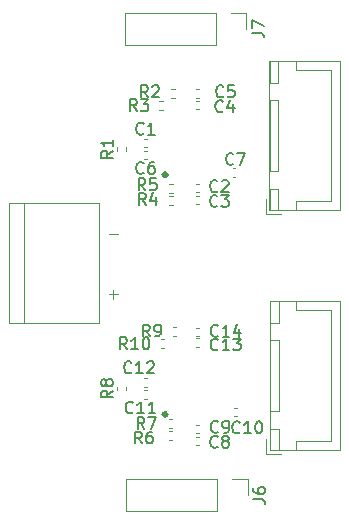
<source format=gbr>
%TF.GenerationSoftware,KiCad,Pcbnew,9.0.0*%
%TF.CreationDate,2025-04-16T15:55:05+03:00*%
%TF.ProjectId,power_detector,706f7765-725f-4646-9574-6563746f722e,rev?*%
%TF.SameCoordinates,Original*%
%TF.FileFunction,Legend,Top*%
%TF.FilePolarity,Positive*%
%FSLAX46Y46*%
G04 Gerber Fmt 4.6, Leading zero omitted, Abs format (unit mm)*
G04 Created by KiCad (PCBNEW 9.0.0) date 2025-04-16 15:55:05*
%MOMM*%
%LPD*%
G01*
G04 APERTURE LIST*
%ADD10C,0.100000*%
%ADD11C,0.150000*%
%ADD12C,0.120000*%
%ADD13C,0.325000*%
G04 APERTURE END LIST*
D10*
X52805684Y-80136466D02*
X53567589Y-80136466D01*
X53186636Y-80517419D02*
X53186636Y-79755514D01*
X52831084Y-75031066D02*
X53592989Y-75031066D01*
D11*
X54703742Y-86719580D02*
X54656123Y-86767200D01*
X54656123Y-86767200D02*
X54513266Y-86814819D01*
X54513266Y-86814819D02*
X54418028Y-86814819D01*
X54418028Y-86814819D02*
X54275171Y-86767200D01*
X54275171Y-86767200D02*
X54179933Y-86671961D01*
X54179933Y-86671961D02*
X54132314Y-86576723D01*
X54132314Y-86576723D02*
X54084695Y-86386247D01*
X54084695Y-86386247D02*
X54084695Y-86243390D01*
X54084695Y-86243390D02*
X54132314Y-86052914D01*
X54132314Y-86052914D02*
X54179933Y-85957676D01*
X54179933Y-85957676D02*
X54275171Y-85862438D01*
X54275171Y-85862438D02*
X54418028Y-85814819D01*
X54418028Y-85814819D02*
X54513266Y-85814819D01*
X54513266Y-85814819D02*
X54656123Y-85862438D01*
X54656123Y-85862438D02*
X54703742Y-85910057D01*
X55656123Y-86814819D02*
X55084695Y-86814819D01*
X55370409Y-86814819D02*
X55370409Y-85814819D01*
X55370409Y-85814819D02*
X55275171Y-85957676D01*
X55275171Y-85957676D02*
X55179933Y-86052914D01*
X55179933Y-86052914D02*
X55084695Y-86100533D01*
X56037076Y-85910057D02*
X56084695Y-85862438D01*
X56084695Y-85862438D02*
X56179933Y-85814819D01*
X56179933Y-85814819D02*
X56418028Y-85814819D01*
X56418028Y-85814819D02*
X56513266Y-85862438D01*
X56513266Y-85862438D02*
X56560885Y-85910057D01*
X56560885Y-85910057D02*
X56608504Y-86005295D01*
X56608504Y-86005295D02*
X56608504Y-86100533D01*
X56608504Y-86100533D02*
X56560885Y-86243390D01*
X56560885Y-86243390D02*
X55989457Y-86814819D01*
X55989457Y-86814819D02*
X56608504Y-86814819D01*
X55891133Y-71310119D02*
X55557800Y-70833928D01*
X55319705Y-71310119D02*
X55319705Y-70310119D01*
X55319705Y-70310119D02*
X55700657Y-70310119D01*
X55700657Y-70310119D02*
X55795895Y-70357738D01*
X55795895Y-70357738D02*
X55843514Y-70405357D01*
X55843514Y-70405357D02*
X55891133Y-70500595D01*
X55891133Y-70500595D02*
X55891133Y-70643452D01*
X55891133Y-70643452D02*
X55843514Y-70738690D01*
X55843514Y-70738690D02*
X55795895Y-70786309D01*
X55795895Y-70786309D02*
X55700657Y-70833928D01*
X55700657Y-70833928D02*
X55319705Y-70833928D01*
X56795895Y-70310119D02*
X56319705Y-70310119D01*
X56319705Y-70310119D02*
X56272086Y-70786309D01*
X56272086Y-70786309D02*
X56319705Y-70738690D01*
X56319705Y-70738690D02*
X56414943Y-70691071D01*
X56414943Y-70691071D02*
X56653038Y-70691071D01*
X56653038Y-70691071D02*
X56748276Y-70738690D01*
X56748276Y-70738690D02*
X56795895Y-70786309D01*
X56795895Y-70786309D02*
X56843514Y-70881547D01*
X56843514Y-70881547D02*
X56843514Y-71119642D01*
X56843514Y-71119642D02*
X56795895Y-71214880D01*
X56795895Y-71214880D02*
X56748276Y-71262500D01*
X56748276Y-71262500D02*
X56653038Y-71310119D01*
X56653038Y-71310119D02*
X56414943Y-71310119D01*
X56414943Y-71310119D02*
X56319705Y-71262500D01*
X56319705Y-71262500D02*
X56272086Y-71214880D01*
X54830742Y-90123180D02*
X54783123Y-90170800D01*
X54783123Y-90170800D02*
X54640266Y-90218419D01*
X54640266Y-90218419D02*
X54545028Y-90218419D01*
X54545028Y-90218419D02*
X54402171Y-90170800D01*
X54402171Y-90170800D02*
X54306933Y-90075561D01*
X54306933Y-90075561D02*
X54259314Y-89980323D01*
X54259314Y-89980323D02*
X54211695Y-89789847D01*
X54211695Y-89789847D02*
X54211695Y-89646990D01*
X54211695Y-89646990D02*
X54259314Y-89456514D01*
X54259314Y-89456514D02*
X54306933Y-89361276D01*
X54306933Y-89361276D02*
X54402171Y-89266038D01*
X54402171Y-89266038D02*
X54545028Y-89218419D01*
X54545028Y-89218419D02*
X54640266Y-89218419D01*
X54640266Y-89218419D02*
X54783123Y-89266038D01*
X54783123Y-89266038D02*
X54830742Y-89313657D01*
X55783123Y-90218419D02*
X55211695Y-90218419D01*
X55497409Y-90218419D02*
X55497409Y-89218419D01*
X55497409Y-89218419D02*
X55402171Y-89361276D01*
X55402171Y-89361276D02*
X55306933Y-89456514D01*
X55306933Y-89456514D02*
X55211695Y-89504133D01*
X56735504Y-90218419D02*
X56164076Y-90218419D01*
X56449790Y-90218419D02*
X56449790Y-89218419D01*
X56449790Y-89218419D02*
X56354552Y-89361276D01*
X56354552Y-89361276D02*
X56259314Y-89456514D01*
X56259314Y-89456514D02*
X56164076Y-89504133D01*
X62444333Y-64621580D02*
X62396714Y-64669200D01*
X62396714Y-64669200D02*
X62253857Y-64716819D01*
X62253857Y-64716819D02*
X62158619Y-64716819D01*
X62158619Y-64716819D02*
X62015762Y-64669200D01*
X62015762Y-64669200D02*
X61920524Y-64573961D01*
X61920524Y-64573961D02*
X61872905Y-64478723D01*
X61872905Y-64478723D02*
X61825286Y-64288247D01*
X61825286Y-64288247D02*
X61825286Y-64145390D01*
X61825286Y-64145390D02*
X61872905Y-63954914D01*
X61872905Y-63954914D02*
X61920524Y-63859676D01*
X61920524Y-63859676D02*
X62015762Y-63764438D01*
X62015762Y-63764438D02*
X62158619Y-63716819D01*
X62158619Y-63716819D02*
X62253857Y-63716819D01*
X62253857Y-63716819D02*
X62396714Y-63764438D01*
X62396714Y-63764438D02*
X62444333Y-63812057D01*
X63301476Y-64050152D02*
X63301476Y-64716819D01*
X63063381Y-63669200D02*
X62825286Y-64383485D01*
X62825286Y-64383485D02*
X63444333Y-64383485D01*
X55179933Y-64615219D02*
X54846600Y-64139028D01*
X54608505Y-64615219D02*
X54608505Y-63615219D01*
X54608505Y-63615219D02*
X54989457Y-63615219D01*
X54989457Y-63615219D02*
X55084695Y-63662838D01*
X55084695Y-63662838D02*
X55132314Y-63710457D01*
X55132314Y-63710457D02*
X55179933Y-63805695D01*
X55179933Y-63805695D02*
X55179933Y-63948552D01*
X55179933Y-63948552D02*
X55132314Y-64043790D01*
X55132314Y-64043790D02*
X55084695Y-64091409D01*
X55084695Y-64091409D02*
X54989457Y-64139028D01*
X54989457Y-64139028D02*
X54608505Y-64139028D01*
X55513267Y-63615219D02*
X56132314Y-63615219D01*
X56132314Y-63615219D02*
X55798981Y-63996171D01*
X55798981Y-63996171D02*
X55941838Y-63996171D01*
X55941838Y-63996171D02*
X56037076Y-64043790D01*
X56037076Y-64043790D02*
X56084695Y-64091409D01*
X56084695Y-64091409D02*
X56132314Y-64186647D01*
X56132314Y-64186647D02*
X56132314Y-64424742D01*
X56132314Y-64424742D02*
X56084695Y-64519980D01*
X56084695Y-64519980D02*
X56037076Y-64567600D01*
X56037076Y-64567600D02*
X55941838Y-64615219D01*
X55941838Y-64615219D02*
X55656124Y-64615219D01*
X55656124Y-64615219D02*
X55560886Y-64567600D01*
X55560886Y-64567600D02*
X55513267Y-64519980D01*
X62495133Y-63351580D02*
X62447514Y-63399200D01*
X62447514Y-63399200D02*
X62304657Y-63446819D01*
X62304657Y-63446819D02*
X62209419Y-63446819D01*
X62209419Y-63446819D02*
X62066562Y-63399200D01*
X62066562Y-63399200D02*
X61971324Y-63303961D01*
X61971324Y-63303961D02*
X61923705Y-63208723D01*
X61923705Y-63208723D02*
X61876086Y-63018247D01*
X61876086Y-63018247D02*
X61876086Y-62875390D01*
X61876086Y-62875390D02*
X61923705Y-62684914D01*
X61923705Y-62684914D02*
X61971324Y-62589676D01*
X61971324Y-62589676D02*
X62066562Y-62494438D01*
X62066562Y-62494438D02*
X62209419Y-62446819D01*
X62209419Y-62446819D02*
X62304657Y-62446819D01*
X62304657Y-62446819D02*
X62447514Y-62494438D01*
X62447514Y-62494438D02*
X62495133Y-62542057D01*
X63399895Y-62446819D02*
X62923705Y-62446819D01*
X62923705Y-62446819D02*
X62876086Y-62923009D01*
X62876086Y-62923009D02*
X62923705Y-62875390D01*
X62923705Y-62875390D02*
X63018943Y-62827771D01*
X63018943Y-62827771D02*
X63257038Y-62827771D01*
X63257038Y-62827771D02*
X63352276Y-62875390D01*
X63352276Y-62875390D02*
X63399895Y-62923009D01*
X63399895Y-62923009D02*
X63447514Y-63018247D01*
X63447514Y-63018247D02*
X63447514Y-63256342D01*
X63447514Y-63256342D02*
X63399895Y-63351580D01*
X63399895Y-63351580D02*
X63352276Y-63399200D01*
X63352276Y-63399200D02*
X63257038Y-63446819D01*
X63257038Y-63446819D02*
X63018943Y-63446819D01*
X63018943Y-63446819D02*
X62923705Y-63399200D01*
X62923705Y-63399200D02*
X62876086Y-63351580D01*
X56272133Y-83690619D02*
X55938800Y-83214428D01*
X55700705Y-83690619D02*
X55700705Y-82690619D01*
X55700705Y-82690619D02*
X56081657Y-82690619D01*
X56081657Y-82690619D02*
X56176895Y-82738238D01*
X56176895Y-82738238D02*
X56224514Y-82785857D01*
X56224514Y-82785857D02*
X56272133Y-82881095D01*
X56272133Y-82881095D02*
X56272133Y-83023952D01*
X56272133Y-83023952D02*
X56224514Y-83119190D01*
X56224514Y-83119190D02*
X56176895Y-83166809D01*
X56176895Y-83166809D02*
X56081657Y-83214428D01*
X56081657Y-83214428D02*
X55700705Y-83214428D01*
X56748324Y-83690619D02*
X56938800Y-83690619D01*
X56938800Y-83690619D02*
X57034038Y-83643000D01*
X57034038Y-83643000D02*
X57081657Y-83595380D01*
X57081657Y-83595380D02*
X57176895Y-83452523D01*
X57176895Y-83452523D02*
X57224514Y-83262047D01*
X57224514Y-83262047D02*
X57224514Y-82881095D01*
X57224514Y-82881095D02*
X57176895Y-82785857D01*
X57176895Y-82785857D02*
X57129276Y-82738238D01*
X57129276Y-82738238D02*
X57034038Y-82690619D01*
X57034038Y-82690619D02*
X56843562Y-82690619D01*
X56843562Y-82690619D02*
X56748324Y-82738238D01*
X56748324Y-82738238D02*
X56700705Y-82785857D01*
X56700705Y-82785857D02*
X56653086Y-82881095D01*
X56653086Y-82881095D02*
X56653086Y-83119190D01*
X56653086Y-83119190D02*
X56700705Y-83214428D01*
X56700705Y-83214428D02*
X56748324Y-83262047D01*
X56748324Y-83262047D02*
X56843562Y-83309666D01*
X56843562Y-83309666D02*
X57034038Y-83309666D01*
X57034038Y-83309666D02*
X57129276Y-83262047D01*
X57129276Y-83262047D02*
X57176895Y-83214428D01*
X57176895Y-83214428D02*
X57224514Y-83119190D01*
X53132819Y-88279266D02*
X52656628Y-88612599D01*
X53132819Y-88850694D02*
X52132819Y-88850694D01*
X52132819Y-88850694D02*
X52132819Y-88469742D01*
X52132819Y-88469742D02*
X52180438Y-88374504D01*
X52180438Y-88374504D02*
X52228057Y-88326885D01*
X52228057Y-88326885D02*
X52323295Y-88279266D01*
X52323295Y-88279266D02*
X52466152Y-88279266D01*
X52466152Y-88279266D02*
X52561390Y-88326885D01*
X52561390Y-88326885D02*
X52609009Y-88374504D01*
X52609009Y-88374504D02*
X52656628Y-88469742D01*
X52656628Y-88469742D02*
X52656628Y-88850694D01*
X52561390Y-87707837D02*
X52513771Y-87803075D01*
X52513771Y-87803075D02*
X52466152Y-87850694D01*
X52466152Y-87850694D02*
X52370914Y-87898313D01*
X52370914Y-87898313D02*
X52323295Y-87898313D01*
X52323295Y-87898313D02*
X52228057Y-87850694D01*
X52228057Y-87850694D02*
X52180438Y-87803075D01*
X52180438Y-87803075D02*
X52132819Y-87707837D01*
X52132819Y-87707837D02*
X52132819Y-87517361D01*
X52132819Y-87517361D02*
X52180438Y-87422123D01*
X52180438Y-87422123D02*
X52228057Y-87374504D01*
X52228057Y-87374504D02*
X52323295Y-87326885D01*
X52323295Y-87326885D02*
X52370914Y-87326885D01*
X52370914Y-87326885D02*
X52466152Y-87374504D01*
X52466152Y-87374504D02*
X52513771Y-87422123D01*
X52513771Y-87422123D02*
X52561390Y-87517361D01*
X52561390Y-87517361D02*
X52561390Y-87707837D01*
X52561390Y-87707837D02*
X52609009Y-87803075D01*
X52609009Y-87803075D02*
X52656628Y-87850694D01*
X52656628Y-87850694D02*
X52751866Y-87898313D01*
X52751866Y-87898313D02*
X52942342Y-87898313D01*
X52942342Y-87898313D02*
X53037580Y-87850694D01*
X53037580Y-87850694D02*
X53085200Y-87803075D01*
X53085200Y-87803075D02*
X53132819Y-87707837D01*
X53132819Y-87707837D02*
X53132819Y-87517361D01*
X53132819Y-87517361D02*
X53085200Y-87422123D01*
X53085200Y-87422123D02*
X53037580Y-87374504D01*
X53037580Y-87374504D02*
X52942342Y-87326885D01*
X52942342Y-87326885D02*
X52751866Y-87326885D01*
X52751866Y-87326885D02*
X52656628Y-87374504D01*
X52656628Y-87374504D02*
X52609009Y-87422123D01*
X52609009Y-87422123D02*
X52561390Y-87517361D01*
X56094333Y-63446819D02*
X55761000Y-62970628D01*
X55522905Y-63446819D02*
X55522905Y-62446819D01*
X55522905Y-62446819D02*
X55903857Y-62446819D01*
X55903857Y-62446819D02*
X55999095Y-62494438D01*
X55999095Y-62494438D02*
X56046714Y-62542057D01*
X56046714Y-62542057D02*
X56094333Y-62637295D01*
X56094333Y-62637295D02*
X56094333Y-62780152D01*
X56094333Y-62780152D02*
X56046714Y-62875390D01*
X56046714Y-62875390D02*
X55999095Y-62923009D01*
X55999095Y-62923009D02*
X55903857Y-62970628D01*
X55903857Y-62970628D02*
X55522905Y-62970628D01*
X56475286Y-62542057D02*
X56522905Y-62494438D01*
X56522905Y-62494438D02*
X56618143Y-62446819D01*
X56618143Y-62446819D02*
X56856238Y-62446819D01*
X56856238Y-62446819D02*
X56951476Y-62494438D01*
X56951476Y-62494438D02*
X56999095Y-62542057D01*
X56999095Y-62542057D02*
X57046714Y-62637295D01*
X57046714Y-62637295D02*
X57046714Y-62732533D01*
X57046714Y-62732533D02*
X56999095Y-62875390D01*
X56999095Y-62875390D02*
X56427667Y-63446819D01*
X56427667Y-63446819D02*
X57046714Y-63446819D01*
X53132819Y-67984666D02*
X52656628Y-68317999D01*
X53132819Y-68556094D02*
X52132819Y-68556094D01*
X52132819Y-68556094D02*
X52132819Y-68175142D01*
X52132819Y-68175142D02*
X52180438Y-68079904D01*
X52180438Y-68079904D02*
X52228057Y-68032285D01*
X52228057Y-68032285D02*
X52323295Y-67984666D01*
X52323295Y-67984666D02*
X52466152Y-67984666D01*
X52466152Y-67984666D02*
X52561390Y-68032285D01*
X52561390Y-68032285D02*
X52609009Y-68079904D01*
X52609009Y-68079904D02*
X52656628Y-68175142D01*
X52656628Y-68175142D02*
X52656628Y-68556094D01*
X53132819Y-67032285D02*
X53132819Y-67603713D01*
X53132819Y-67317999D02*
X52132819Y-67317999D01*
X52132819Y-67317999D02*
X52275676Y-67413237D01*
X52275676Y-67413237D02*
X52370914Y-67508475D01*
X52370914Y-67508475D02*
X52418533Y-67603713D01*
X54322742Y-84782819D02*
X53989409Y-84306628D01*
X53751314Y-84782819D02*
X53751314Y-83782819D01*
X53751314Y-83782819D02*
X54132266Y-83782819D01*
X54132266Y-83782819D02*
X54227504Y-83830438D01*
X54227504Y-83830438D02*
X54275123Y-83878057D01*
X54275123Y-83878057D02*
X54322742Y-83973295D01*
X54322742Y-83973295D02*
X54322742Y-84116152D01*
X54322742Y-84116152D02*
X54275123Y-84211390D01*
X54275123Y-84211390D02*
X54227504Y-84259009D01*
X54227504Y-84259009D02*
X54132266Y-84306628D01*
X54132266Y-84306628D02*
X53751314Y-84306628D01*
X55275123Y-84782819D02*
X54703695Y-84782819D01*
X54989409Y-84782819D02*
X54989409Y-83782819D01*
X54989409Y-83782819D02*
X54894171Y-83925676D01*
X54894171Y-83925676D02*
X54798933Y-84020914D01*
X54798933Y-84020914D02*
X54703695Y-84068533D01*
X55894171Y-83782819D02*
X55989409Y-83782819D01*
X55989409Y-83782819D02*
X56084647Y-83830438D01*
X56084647Y-83830438D02*
X56132266Y-83878057D01*
X56132266Y-83878057D02*
X56179885Y-83973295D01*
X56179885Y-83973295D02*
X56227504Y-84163771D01*
X56227504Y-84163771D02*
X56227504Y-84401866D01*
X56227504Y-84401866D02*
X56179885Y-84592342D01*
X56179885Y-84592342D02*
X56132266Y-84687580D01*
X56132266Y-84687580D02*
X56084647Y-84735200D01*
X56084647Y-84735200D02*
X55989409Y-84782819D01*
X55989409Y-84782819D02*
X55894171Y-84782819D01*
X55894171Y-84782819D02*
X55798933Y-84735200D01*
X55798933Y-84735200D02*
X55751314Y-84687580D01*
X55751314Y-84687580D02*
X55703695Y-84592342D01*
X55703695Y-84592342D02*
X55656076Y-84401866D01*
X55656076Y-84401866D02*
X55656076Y-84163771D01*
X55656076Y-84163771D02*
X55703695Y-83973295D01*
X55703695Y-83973295D02*
X55751314Y-83878057D01*
X55751314Y-83878057D02*
X55798933Y-83830438D01*
X55798933Y-83830438D02*
X55894171Y-83782819D01*
X62041742Y-84789180D02*
X61994123Y-84836800D01*
X61994123Y-84836800D02*
X61851266Y-84884419D01*
X61851266Y-84884419D02*
X61756028Y-84884419D01*
X61756028Y-84884419D02*
X61613171Y-84836800D01*
X61613171Y-84836800D02*
X61517933Y-84741561D01*
X61517933Y-84741561D02*
X61470314Y-84646323D01*
X61470314Y-84646323D02*
X61422695Y-84455847D01*
X61422695Y-84455847D02*
X61422695Y-84312990D01*
X61422695Y-84312990D02*
X61470314Y-84122514D01*
X61470314Y-84122514D02*
X61517933Y-84027276D01*
X61517933Y-84027276D02*
X61613171Y-83932038D01*
X61613171Y-83932038D02*
X61756028Y-83884419D01*
X61756028Y-83884419D02*
X61851266Y-83884419D01*
X61851266Y-83884419D02*
X61994123Y-83932038D01*
X61994123Y-83932038D02*
X62041742Y-83979657D01*
X62994123Y-84884419D02*
X62422695Y-84884419D01*
X62708409Y-84884419D02*
X62708409Y-83884419D01*
X62708409Y-83884419D02*
X62613171Y-84027276D01*
X62613171Y-84027276D02*
X62517933Y-84122514D01*
X62517933Y-84122514D02*
X62422695Y-84170133D01*
X63327457Y-83884419D02*
X63946504Y-83884419D01*
X63946504Y-83884419D02*
X63613171Y-84265371D01*
X63613171Y-84265371D02*
X63756028Y-84265371D01*
X63756028Y-84265371D02*
X63851266Y-84312990D01*
X63851266Y-84312990D02*
X63898885Y-84360609D01*
X63898885Y-84360609D02*
X63946504Y-84455847D01*
X63946504Y-84455847D02*
X63946504Y-84693942D01*
X63946504Y-84693942D02*
X63898885Y-84789180D01*
X63898885Y-84789180D02*
X63851266Y-84836800D01*
X63851266Y-84836800D02*
X63756028Y-84884419D01*
X63756028Y-84884419D02*
X63470314Y-84884419D01*
X63470314Y-84884419D02*
X63375076Y-84836800D01*
X63375076Y-84836800D02*
X63327457Y-84789180D01*
X62037933Y-91748780D02*
X61990314Y-91796400D01*
X61990314Y-91796400D02*
X61847457Y-91844019D01*
X61847457Y-91844019D02*
X61752219Y-91844019D01*
X61752219Y-91844019D02*
X61609362Y-91796400D01*
X61609362Y-91796400D02*
X61514124Y-91701161D01*
X61514124Y-91701161D02*
X61466505Y-91605923D01*
X61466505Y-91605923D02*
X61418886Y-91415447D01*
X61418886Y-91415447D02*
X61418886Y-91272590D01*
X61418886Y-91272590D02*
X61466505Y-91082114D01*
X61466505Y-91082114D02*
X61514124Y-90986876D01*
X61514124Y-90986876D02*
X61609362Y-90891638D01*
X61609362Y-90891638D02*
X61752219Y-90844019D01*
X61752219Y-90844019D02*
X61847457Y-90844019D01*
X61847457Y-90844019D02*
X61990314Y-90891638D01*
X61990314Y-90891638D02*
X62037933Y-90939257D01*
X62514124Y-91844019D02*
X62704600Y-91844019D01*
X62704600Y-91844019D02*
X62799838Y-91796400D01*
X62799838Y-91796400D02*
X62847457Y-91748780D01*
X62847457Y-91748780D02*
X62942695Y-91605923D01*
X62942695Y-91605923D02*
X62990314Y-91415447D01*
X62990314Y-91415447D02*
X62990314Y-91034495D01*
X62990314Y-91034495D02*
X62942695Y-90939257D01*
X62942695Y-90939257D02*
X62895076Y-90891638D01*
X62895076Y-90891638D02*
X62799838Y-90844019D01*
X62799838Y-90844019D02*
X62609362Y-90844019D01*
X62609362Y-90844019D02*
X62514124Y-90891638D01*
X62514124Y-90891638D02*
X62466505Y-90939257D01*
X62466505Y-90939257D02*
X62418886Y-91034495D01*
X62418886Y-91034495D02*
X62418886Y-91272590D01*
X62418886Y-91272590D02*
X62466505Y-91367828D01*
X62466505Y-91367828D02*
X62514124Y-91415447D01*
X62514124Y-91415447D02*
X62609362Y-91463066D01*
X62609362Y-91463066D02*
X62799838Y-91463066D01*
X62799838Y-91463066D02*
X62895076Y-91415447D01*
X62895076Y-91415447D02*
X62942695Y-91367828D01*
X62942695Y-91367828D02*
X62990314Y-91272590D01*
X61989733Y-71377980D02*
X61942114Y-71425600D01*
X61942114Y-71425600D02*
X61799257Y-71473219D01*
X61799257Y-71473219D02*
X61704019Y-71473219D01*
X61704019Y-71473219D02*
X61561162Y-71425600D01*
X61561162Y-71425600D02*
X61465924Y-71330361D01*
X61465924Y-71330361D02*
X61418305Y-71235123D01*
X61418305Y-71235123D02*
X61370686Y-71044647D01*
X61370686Y-71044647D02*
X61370686Y-70901790D01*
X61370686Y-70901790D02*
X61418305Y-70711314D01*
X61418305Y-70711314D02*
X61465924Y-70616076D01*
X61465924Y-70616076D02*
X61561162Y-70520838D01*
X61561162Y-70520838D02*
X61704019Y-70473219D01*
X61704019Y-70473219D02*
X61799257Y-70473219D01*
X61799257Y-70473219D02*
X61942114Y-70520838D01*
X61942114Y-70520838D02*
X61989733Y-70568457D01*
X62370686Y-70568457D02*
X62418305Y-70520838D01*
X62418305Y-70520838D02*
X62513543Y-70473219D01*
X62513543Y-70473219D02*
X62751638Y-70473219D01*
X62751638Y-70473219D02*
X62846876Y-70520838D01*
X62846876Y-70520838D02*
X62894495Y-70568457D01*
X62894495Y-70568457D02*
X62942114Y-70663695D01*
X62942114Y-70663695D02*
X62942114Y-70758933D01*
X62942114Y-70758933D02*
X62894495Y-70901790D01*
X62894495Y-70901790D02*
X62323067Y-71473219D01*
X62323067Y-71473219D02*
X62942114Y-71473219D01*
X63873142Y-91799580D02*
X63825523Y-91847200D01*
X63825523Y-91847200D02*
X63682666Y-91894819D01*
X63682666Y-91894819D02*
X63587428Y-91894819D01*
X63587428Y-91894819D02*
X63444571Y-91847200D01*
X63444571Y-91847200D02*
X63349333Y-91751961D01*
X63349333Y-91751961D02*
X63301714Y-91656723D01*
X63301714Y-91656723D02*
X63254095Y-91466247D01*
X63254095Y-91466247D02*
X63254095Y-91323390D01*
X63254095Y-91323390D02*
X63301714Y-91132914D01*
X63301714Y-91132914D02*
X63349333Y-91037676D01*
X63349333Y-91037676D02*
X63444571Y-90942438D01*
X63444571Y-90942438D02*
X63587428Y-90894819D01*
X63587428Y-90894819D02*
X63682666Y-90894819D01*
X63682666Y-90894819D02*
X63825523Y-90942438D01*
X63825523Y-90942438D02*
X63873142Y-90990057D01*
X64825523Y-91894819D02*
X64254095Y-91894819D01*
X64539809Y-91894819D02*
X64539809Y-90894819D01*
X64539809Y-90894819D02*
X64444571Y-91037676D01*
X64444571Y-91037676D02*
X64349333Y-91132914D01*
X64349333Y-91132914D02*
X64254095Y-91180533D01*
X65444571Y-90894819D02*
X65539809Y-90894819D01*
X65539809Y-90894819D02*
X65635047Y-90942438D01*
X65635047Y-90942438D02*
X65682666Y-90990057D01*
X65682666Y-90990057D02*
X65730285Y-91085295D01*
X65730285Y-91085295D02*
X65777904Y-91275771D01*
X65777904Y-91275771D02*
X65777904Y-91513866D01*
X65777904Y-91513866D02*
X65730285Y-91704342D01*
X65730285Y-91704342D02*
X65682666Y-91799580D01*
X65682666Y-91799580D02*
X65635047Y-91847200D01*
X65635047Y-91847200D02*
X65539809Y-91894819D01*
X65539809Y-91894819D02*
X65444571Y-91894819D01*
X65444571Y-91894819D02*
X65349333Y-91847200D01*
X65349333Y-91847200D02*
X65301714Y-91799580D01*
X65301714Y-91799580D02*
X65254095Y-91704342D01*
X65254095Y-91704342D02*
X65206476Y-91513866D01*
X65206476Y-91513866D02*
X65206476Y-91275771D01*
X65206476Y-91275771D02*
X65254095Y-91085295D01*
X65254095Y-91085295D02*
X65301714Y-90990057D01*
X65301714Y-90990057D02*
X65349333Y-90942438D01*
X65349333Y-90942438D02*
X65444571Y-90894819D01*
X55916533Y-72554719D02*
X55583200Y-72078528D01*
X55345105Y-72554719D02*
X55345105Y-71554719D01*
X55345105Y-71554719D02*
X55726057Y-71554719D01*
X55726057Y-71554719D02*
X55821295Y-71602338D01*
X55821295Y-71602338D02*
X55868914Y-71649957D01*
X55868914Y-71649957D02*
X55916533Y-71745195D01*
X55916533Y-71745195D02*
X55916533Y-71888052D01*
X55916533Y-71888052D02*
X55868914Y-71983290D01*
X55868914Y-71983290D02*
X55821295Y-72030909D01*
X55821295Y-72030909D02*
X55726057Y-72078528D01*
X55726057Y-72078528D02*
X55345105Y-72078528D01*
X56773676Y-71888052D02*
X56773676Y-72554719D01*
X56535581Y-71507100D02*
X56297486Y-72221385D01*
X56297486Y-72221385D02*
X56916533Y-72221385D01*
X62041742Y-83620780D02*
X61994123Y-83668400D01*
X61994123Y-83668400D02*
X61851266Y-83716019D01*
X61851266Y-83716019D02*
X61756028Y-83716019D01*
X61756028Y-83716019D02*
X61613171Y-83668400D01*
X61613171Y-83668400D02*
X61517933Y-83573161D01*
X61517933Y-83573161D02*
X61470314Y-83477923D01*
X61470314Y-83477923D02*
X61422695Y-83287447D01*
X61422695Y-83287447D02*
X61422695Y-83144590D01*
X61422695Y-83144590D02*
X61470314Y-82954114D01*
X61470314Y-82954114D02*
X61517933Y-82858876D01*
X61517933Y-82858876D02*
X61613171Y-82763638D01*
X61613171Y-82763638D02*
X61756028Y-82716019D01*
X61756028Y-82716019D02*
X61851266Y-82716019D01*
X61851266Y-82716019D02*
X61994123Y-82763638D01*
X61994123Y-82763638D02*
X62041742Y-82811257D01*
X62994123Y-83716019D02*
X62422695Y-83716019D01*
X62708409Y-83716019D02*
X62708409Y-82716019D01*
X62708409Y-82716019D02*
X62613171Y-82858876D01*
X62613171Y-82858876D02*
X62517933Y-82954114D01*
X62517933Y-82954114D02*
X62422695Y-83001733D01*
X63851266Y-83049352D02*
X63851266Y-83716019D01*
X63613171Y-82668400D02*
X63375076Y-83382685D01*
X63375076Y-83382685D02*
X63994123Y-83382685D01*
X62012533Y-93018780D02*
X61964914Y-93066400D01*
X61964914Y-93066400D02*
X61822057Y-93114019D01*
X61822057Y-93114019D02*
X61726819Y-93114019D01*
X61726819Y-93114019D02*
X61583962Y-93066400D01*
X61583962Y-93066400D02*
X61488724Y-92971161D01*
X61488724Y-92971161D02*
X61441105Y-92875923D01*
X61441105Y-92875923D02*
X61393486Y-92685447D01*
X61393486Y-92685447D02*
X61393486Y-92542590D01*
X61393486Y-92542590D02*
X61441105Y-92352114D01*
X61441105Y-92352114D02*
X61488724Y-92256876D01*
X61488724Y-92256876D02*
X61583962Y-92161638D01*
X61583962Y-92161638D02*
X61726819Y-92114019D01*
X61726819Y-92114019D02*
X61822057Y-92114019D01*
X61822057Y-92114019D02*
X61964914Y-92161638D01*
X61964914Y-92161638D02*
X62012533Y-92209257D01*
X62583962Y-92542590D02*
X62488724Y-92494971D01*
X62488724Y-92494971D02*
X62441105Y-92447352D01*
X62441105Y-92447352D02*
X62393486Y-92352114D01*
X62393486Y-92352114D02*
X62393486Y-92304495D01*
X62393486Y-92304495D02*
X62441105Y-92209257D01*
X62441105Y-92209257D02*
X62488724Y-92161638D01*
X62488724Y-92161638D02*
X62583962Y-92114019D01*
X62583962Y-92114019D02*
X62774438Y-92114019D01*
X62774438Y-92114019D02*
X62869676Y-92161638D01*
X62869676Y-92161638D02*
X62917295Y-92209257D01*
X62917295Y-92209257D02*
X62964914Y-92304495D01*
X62964914Y-92304495D02*
X62964914Y-92352114D01*
X62964914Y-92352114D02*
X62917295Y-92447352D01*
X62917295Y-92447352D02*
X62869676Y-92494971D01*
X62869676Y-92494971D02*
X62774438Y-92542590D01*
X62774438Y-92542590D02*
X62583962Y-92542590D01*
X62583962Y-92542590D02*
X62488724Y-92590209D01*
X62488724Y-92590209D02*
X62441105Y-92637828D01*
X62441105Y-92637828D02*
X62393486Y-92733066D01*
X62393486Y-92733066D02*
X62393486Y-92923542D01*
X62393486Y-92923542D02*
X62441105Y-93018780D01*
X62441105Y-93018780D02*
X62488724Y-93066400D01*
X62488724Y-93066400D02*
X62583962Y-93114019D01*
X62583962Y-93114019D02*
X62774438Y-93114019D01*
X62774438Y-93114019D02*
X62869676Y-93066400D01*
X62869676Y-93066400D02*
X62917295Y-93018780D01*
X62917295Y-93018780D02*
X62964914Y-92923542D01*
X62964914Y-92923542D02*
X62964914Y-92733066D01*
X62964914Y-92733066D02*
X62917295Y-92637828D01*
X62917295Y-92637828D02*
X62869676Y-92590209D01*
X62869676Y-92590209D02*
X62774438Y-92542590D01*
X55738733Y-69828580D02*
X55691114Y-69876200D01*
X55691114Y-69876200D02*
X55548257Y-69923819D01*
X55548257Y-69923819D02*
X55453019Y-69923819D01*
X55453019Y-69923819D02*
X55310162Y-69876200D01*
X55310162Y-69876200D02*
X55214924Y-69780961D01*
X55214924Y-69780961D02*
X55167305Y-69685723D01*
X55167305Y-69685723D02*
X55119686Y-69495247D01*
X55119686Y-69495247D02*
X55119686Y-69352390D01*
X55119686Y-69352390D02*
X55167305Y-69161914D01*
X55167305Y-69161914D02*
X55214924Y-69066676D01*
X55214924Y-69066676D02*
X55310162Y-68971438D01*
X55310162Y-68971438D02*
X55453019Y-68923819D01*
X55453019Y-68923819D02*
X55548257Y-68923819D01*
X55548257Y-68923819D02*
X55691114Y-68971438D01*
X55691114Y-68971438D02*
X55738733Y-69019057D01*
X56595876Y-68923819D02*
X56405400Y-68923819D01*
X56405400Y-68923819D02*
X56310162Y-68971438D01*
X56310162Y-68971438D02*
X56262543Y-69019057D01*
X56262543Y-69019057D02*
X56167305Y-69161914D01*
X56167305Y-69161914D02*
X56119686Y-69352390D01*
X56119686Y-69352390D02*
X56119686Y-69733342D01*
X56119686Y-69733342D02*
X56167305Y-69828580D01*
X56167305Y-69828580D02*
X56214924Y-69876200D01*
X56214924Y-69876200D02*
X56310162Y-69923819D01*
X56310162Y-69923819D02*
X56500638Y-69923819D01*
X56500638Y-69923819D02*
X56595876Y-69876200D01*
X56595876Y-69876200D02*
X56643495Y-69828580D01*
X56643495Y-69828580D02*
X56691114Y-69733342D01*
X56691114Y-69733342D02*
X56691114Y-69495247D01*
X56691114Y-69495247D02*
X56643495Y-69400009D01*
X56643495Y-69400009D02*
X56595876Y-69352390D01*
X56595876Y-69352390D02*
X56500638Y-69304771D01*
X56500638Y-69304771D02*
X56310162Y-69304771D01*
X56310162Y-69304771D02*
X56214924Y-69352390D01*
X56214924Y-69352390D02*
X56167305Y-69400009D01*
X56167305Y-69400009D02*
X56119686Y-69495247D01*
X55586333Y-92758419D02*
X55253000Y-92282228D01*
X55014905Y-92758419D02*
X55014905Y-91758419D01*
X55014905Y-91758419D02*
X55395857Y-91758419D01*
X55395857Y-91758419D02*
X55491095Y-91806038D01*
X55491095Y-91806038D02*
X55538714Y-91853657D01*
X55538714Y-91853657D02*
X55586333Y-91948895D01*
X55586333Y-91948895D02*
X55586333Y-92091752D01*
X55586333Y-92091752D02*
X55538714Y-92186990D01*
X55538714Y-92186990D02*
X55491095Y-92234609D01*
X55491095Y-92234609D02*
X55395857Y-92282228D01*
X55395857Y-92282228D02*
X55014905Y-92282228D01*
X56443476Y-91758419D02*
X56253000Y-91758419D01*
X56253000Y-91758419D02*
X56157762Y-91806038D01*
X56157762Y-91806038D02*
X56110143Y-91853657D01*
X56110143Y-91853657D02*
X56014905Y-91996514D01*
X56014905Y-91996514D02*
X55967286Y-92186990D01*
X55967286Y-92186990D02*
X55967286Y-92567942D01*
X55967286Y-92567942D02*
X56014905Y-92663180D01*
X56014905Y-92663180D02*
X56062524Y-92710800D01*
X56062524Y-92710800D02*
X56157762Y-92758419D01*
X56157762Y-92758419D02*
X56348238Y-92758419D01*
X56348238Y-92758419D02*
X56443476Y-92710800D01*
X56443476Y-92710800D02*
X56491095Y-92663180D01*
X56491095Y-92663180D02*
X56538714Y-92567942D01*
X56538714Y-92567942D02*
X56538714Y-92329847D01*
X56538714Y-92329847D02*
X56491095Y-92234609D01*
X56491095Y-92234609D02*
X56443476Y-92186990D01*
X56443476Y-92186990D02*
X56348238Y-92139371D01*
X56348238Y-92139371D02*
X56157762Y-92139371D01*
X56157762Y-92139371D02*
X56062524Y-92186990D01*
X56062524Y-92186990D02*
X56014905Y-92234609D01*
X56014905Y-92234609D02*
X55967286Y-92329847D01*
X63338333Y-69080780D02*
X63290714Y-69128400D01*
X63290714Y-69128400D02*
X63147857Y-69176019D01*
X63147857Y-69176019D02*
X63052619Y-69176019D01*
X63052619Y-69176019D02*
X62909762Y-69128400D01*
X62909762Y-69128400D02*
X62814524Y-69033161D01*
X62814524Y-69033161D02*
X62766905Y-68937923D01*
X62766905Y-68937923D02*
X62719286Y-68747447D01*
X62719286Y-68747447D02*
X62719286Y-68604590D01*
X62719286Y-68604590D02*
X62766905Y-68414114D01*
X62766905Y-68414114D02*
X62814524Y-68318876D01*
X62814524Y-68318876D02*
X62909762Y-68223638D01*
X62909762Y-68223638D02*
X63052619Y-68176019D01*
X63052619Y-68176019D02*
X63147857Y-68176019D01*
X63147857Y-68176019D02*
X63290714Y-68223638D01*
X63290714Y-68223638D02*
X63338333Y-68271257D01*
X63671667Y-68176019D02*
X64338333Y-68176019D01*
X64338333Y-68176019D02*
X63909762Y-69176019D01*
X55814933Y-91539219D02*
X55481600Y-91063028D01*
X55243505Y-91539219D02*
X55243505Y-90539219D01*
X55243505Y-90539219D02*
X55624457Y-90539219D01*
X55624457Y-90539219D02*
X55719695Y-90586838D01*
X55719695Y-90586838D02*
X55767314Y-90634457D01*
X55767314Y-90634457D02*
X55814933Y-90729695D01*
X55814933Y-90729695D02*
X55814933Y-90872552D01*
X55814933Y-90872552D02*
X55767314Y-90967790D01*
X55767314Y-90967790D02*
X55719695Y-91015409D01*
X55719695Y-91015409D02*
X55624457Y-91063028D01*
X55624457Y-91063028D02*
X55243505Y-91063028D01*
X56148267Y-90539219D02*
X56814933Y-90539219D01*
X56814933Y-90539219D02*
X56386362Y-91539219D01*
X55741333Y-66509580D02*
X55693714Y-66557200D01*
X55693714Y-66557200D02*
X55550857Y-66604819D01*
X55550857Y-66604819D02*
X55455619Y-66604819D01*
X55455619Y-66604819D02*
X55312762Y-66557200D01*
X55312762Y-66557200D02*
X55217524Y-66461961D01*
X55217524Y-66461961D02*
X55169905Y-66366723D01*
X55169905Y-66366723D02*
X55122286Y-66176247D01*
X55122286Y-66176247D02*
X55122286Y-66033390D01*
X55122286Y-66033390D02*
X55169905Y-65842914D01*
X55169905Y-65842914D02*
X55217524Y-65747676D01*
X55217524Y-65747676D02*
X55312762Y-65652438D01*
X55312762Y-65652438D02*
X55455619Y-65604819D01*
X55455619Y-65604819D02*
X55550857Y-65604819D01*
X55550857Y-65604819D02*
X55693714Y-65652438D01*
X55693714Y-65652438D02*
X55741333Y-65700057D01*
X56693714Y-66604819D02*
X56122286Y-66604819D01*
X56408000Y-66604819D02*
X56408000Y-65604819D01*
X56408000Y-65604819D02*
X56312762Y-65747676D01*
X56312762Y-65747676D02*
X56217524Y-65842914D01*
X56217524Y-65842914D02*
X56122286Y-65890533D01*
X65020819Y-97462933D02*
X65735104Y-97462933D01*
X65735104Y-97462933D02*
X65877961Y-97510552D01*
X65877961Y-97510552D02*
X65973200Y-97605790D01*
X65973200Y-97605790D02*
X66020819Y-97748647D01*
X66020819Y-97748647D02*
X66020819Y-97843885D01*
X65020819Y-96558171D02*
X65020819Y-96748647D01*
X65020819Y-96748647D02*
X65068438Y-96843885D01*
X65068438Y-96843885D02*
X65116057Y-96891504D01*
X65116057Y-96891504D02*
X65258914Y-96986742D01*
X65258914Y-96986742D02*
X65449390Y-97034361D01*
X65449390Y-97034361D02*
X65830342Y-97034361D01*
X65830342Y-97034361D02*
X65925580Y-96986742D01*
X65925580Y-96986742D02*
X65973200Y-96939123D01*
X65973200Y-96939123D02*
X66020819Y-96843885D01*
X66020819Y-96843885D02*
X66020819Y-96653409D01*
X66020819Y-96653409D02*
X65973200Y-96558171D01*
X65973200Y-96558171D02*
X65925580Y-96510552D01*
X65925580Y-96510552D02*
X65830342Y-96462933D01*
X65830342Y-96462933D02*
X65592247Y-96462933D01*
X65592247Y-96462933D02*
X65497009Y-96510552D01*
X65497009Y-96510552D02*
X65449390Y-96558171D01*
X65449390Y-96558171D02*
X65401771Y-96653409D01*
X65401771Y-96653409D02*
X65401771Y-96843885D01*
X65401771Y-96843885D02*
X65449390Y-96939123D01*
X65449390Y-96939123D02*
X65497009Y-96986742D01*
X65497009Y-96986742D02*
X65592247Y-97034361D01*
X64903819Y-57991333D02*
X65618104Y-57991333D01*
X65618104Y-57991333D02*
X65760961Y-58038952D01*
X65760961Y-58038952D02*
X65856200Y-58134190D01*
X65856200Y-58134190D02*
X65903819Y-58277047D01*
X65903819Y-58277047D02*
X65903819Y-58372285D01*
X64903819Y-57610380D02*
X64903819Y-56943714D01*
X64903819Y-56943714D02*
X65903819Y-57372285D01*
X61989733Y-72622580D02*
X61942114Y-72670200D01*
X61942114Y-72670200D02*
X61799257Y-72717819D01*
X61799257Y-72717819D02*
X61704019Y-72717819D01*
X61704019Y-72717819D02*
X61561162Y-72670200D01*
X61561162Y-72670200D02*
X61465924Y-72574961D01*
X61465924Y-72574961D02*
X61418305Y-72479723D01*
X61418305Y-72479723D02*
X61370686Y-72289247D01*
X61370686Y-72289247D02*
X61370686Y-72146390D01*
X61370686Y-72146390D02*
X61418305Y-71955914D01*
X61418305Y-71955914D02*
X61465924Y-71860676D01*
X61465924Y-71860676D02*
X61561162Y-71765438D01*
X61561162Y-71765438D02*
X61704019Y-71717819D01*
X61704019Y-71717819D02*
X61799257Y-71717819D01*
X61799257Y-71717819D02*
X61942114Y-71765438D01*
X61942114Y-71765438D02*
X61989733Y-71813057D01*
X62323067Y-71717819D02*
X62942114Y-71717819D01*
X62942114Y-71717819D02*
X62608781Y-72098771D01*
X62608781Y-72098771D02*
X62751638Y-72098771D01*
X62751638Y-72098771D02*
X62846876Y-72146390D01*
X62846876Y-72146390D02*
X62894495Y-72194009D01*
X62894495Y-72194009D02*
X62942114Y-72289247D01*
X62942114Y-72289247D02*
X62942114Y-72527342D01*
X62942114Y-72527342D02*
X62894495Y-72622580D01*
X62894495Y-72622580D02*
X62846876Y-72670200D01*
X62846876Y-72670200D02*
X62751638Y-72717819D01*
X62751638Y-72717819D02*
X62465924Y-72717819D01*
X62465924Y-72717819D02*
X62370686Y-72670200D01*
X62370686Y-72670200D02*
X62323067Y-72622580D01*
D12*
%TO.C,C12*%
X55800164Y-87244600D02*
X56015836Y-87244600D01*
X55800164Y-87964600D02*
X56015836Y-87964600D01*
%TO.C,R5*%
X57885359Y-70780100D02*
X58192641Y-70780100D01*
X57885359Y-71540100D02*
X58192641Y-71540100D01*
%TO.C,J9*%
X66117800Y-92370400D02*
X66117800Y-93620400D01*
X66117800Y-93620400D02*
X67367800Y-93620400D01*
X66407800Y-80710400D02*
X66407800Y-93330400D01*
X66407800Y-93330400D02*
X72377800Y-93330400D01*
X66417800Y-80720400D02*
X66417800Y-82520400D01*
X66417800Y-82520400D02*
X67167800Y-82520400D01*
X66417800Y-84020400D02*
X66417800Y-90020400D01*
X66417800Y-90020400D02*
X67167800Y-90020400D01*
X66417800Y-91520400D02*
X66417800Y-93320400D01*
X66417800Y-93320400D02*
X67167800Y-93320400D01*
X67167800Y-80720400D02*
X66417800Y-80720400D01*
X67167800Y-82520400D02*
X67167800Y-80720400D01*
X67167800Y-84020400D02*
X66417800Y-84020400D01*
X67167800Y-90020400D02*
X67167800Y-84020400D01*
X67167800Y-91520400D02*
X66417800Y-91520400D01*
X67167800Y-93320400D02*
X67167800Y-91520400D01*
X68667800Y-80720400D02*
X68667800Y-81470400D01*
X68667800Y-81470400D02*
X71617800Y-81470400D01*
X68667800Y-92570400D02*
X71617800Y-92570400D01*
X68667800Y-93320400D02*
X68667800Y-92570400D01*
X71617800Y-81470400D02*
X71617800Y-87020400D01*
X71617800Y-92570400D02*
X71617800Y-87020400D01*
X72377800Y-80710400D02*
X66407800Y-80710400D01*
X72377800Y-93330400D02*
X72377800Y-80710400D01*
%TO.C,C11*%
X55797564Y-88260600D02*
X56013236Y-88260600D01*
X55797564Y-88980600D02*
X56013236Y-88980600D01*
%TO.C,C4*%
X60191764Y-63749600D02*
X60407436Y-63749600D01*
X60191764Y-64469600D02*
X60407436Y-64469600D01*
%TO.C,R3*%
X57072559Y-63780400D02*
X57379841Y-63780400D01*
X57072559Y-64540400D02*
X57379841Y-64540400D01*
%TO.C,C5*%
X60191764Y-62759000D02*
X60407436Y-62759000D01*
X60191764Y-63479000D02*
X60407436Y-63479000D01*
%TO.C,R9*%
X58522841Y-82906600D02*
X58215559Y-82906600D01*
X58522841Y-83666600D02*
X58215559Y-83666600D01*
%TO.C,J3*%
X44348400Y-72364600D02*
X44348400Y-82524600D01*
X44348400Y-82524600D02*
X51968400Y-82524600D01*
X45618400Y-82524600D02*
X45618400Y-72364600D01*
X51968400Y-72364600D02*
X44348400Y-72364600D01*
X51968400Y-82524600D02*
X51968400Y-72364600D01*
%TO.C,R8*%
X53468000Y-88266241D02*
X53468000Y-87958959D01*
X54228000Y-88266241D02*
X54228000Y-87958959D01*
%TO.C,R2*%
X58395841Y-62764400D02*
X58088559Y-62764400D01*
X58395841Y-63524400D02*
X58088559Y-63524400D01*
%TO.C,R1*%
X53468000Y-67971641D02*
X53468000Y-67664359D01*
X54228000Y-67971641D02*
X54228000Y-67664359D01*
%TO.C,R10*%
X57199559Y-83948000D02*
X57506841Y-83948000D01*
X57199559Y-84708000D02*
X57506841Y-84708000D01*
%TO.C,C13*%
X60217164Y-83866400D02*
X60432836Y-83866400D01*
X60217164Y-84586400D02*
X60432836Y-84586400D01*
D13*
%TO.C,IC1*%
X57720500Y-70009500D02*
G75*
G02*
X57395500Y-70009500I-162500J0D01*
G01*
X57395500Y-70009500D02*
G75*
G02*
X57720500Y-70009500I162500J0D01*
G01*
D12*
%TO.C,C9*%
X60217164Y-91181600D02*
X60432836Y-91181600D01*
X60217164Y-91901600D02*
X60432836Y-91901600D01*
%TO.C,C2*%
X60219764Y-70785400D02*
X60435436Y-70785400D01*
X60219764Y-71505400D02*
X60435436Y-71505400D01*
%TO.C,C10*%
X63417564Y-89733800D02*
X63633236Y-89733800D01*
X63417564Y-90453800D02*
X63633236Y-90453800D01*
%TO.C,J10*%
X66109400Y-72055800D02*
X66109400Y-73305800D01*
X66109400Y-73305800D02*
X67359400Y-73305800D01*
X66399400Y-60395800D02*
X66399400Y-73015800D01*
X66399400Y-73015800D02*
X72369400Y-73015800D01*
X66409400Y-60405800D02*
X66409400Y-62205800D01*
X66409400Y-62205800D02*
X67159400Y-62205800D01*
X66409400Y-63705800D02*
X66409400Y-69705800D01*
X66409400Y-69705800D02*
X67159400Y-69705800D01*
X66409400Y-71205800D02*
X66409400Y-73005800D01*
X66409400Y-73005800D02*
X67159400Y-73005800D01*
X67159400Y-60405800D02*
X66409400Y-60405800D01*
X67159400Y-62205800D02*
X67159400Y-60405800D01*
X67159400Y-63705800D02*
X66409400Y-63705800D01*
X67159400Y-69705800D02*
X67159400Y-63705800D01*
X67159400Y-71205800D02*
X66409400Y-71205800D01*
X67159400Y-73005800D02*
X67159400Y-71205800D01*
X68659400Y-60405800D02*
X68659400Y-61155800D01*
X68659400Y-61155800D02*
X71609400Y-61155800D01*
X68659400Y-72255800D02*
X71609400Y-72255800D01*
X68659400Y-73005800D02*
X68659400Y-72255800D01*
X71609400Y-61155800D02*
X71609400Y-66705800D01*
X71609400Y-72255800D02*
X71609400Y-66705800D01*
X72369400Y-60395800D02*
X66399400Y-60395800D01*
X72369400Y-73015800D02*
X72369400Y-60395800D01*
D13*
%TO.C,IC2*%
X57720500Y-90299500D02*
G75*
G02*
X57395500Y-90299500I-162500J0D01*
G01*
X57395500Y-90299500D02*
G75*
G02*
X57720500Y-90299500I162500J0D01*
G01*
D12*
%TO.C,R4*%
X58194641Y-71796100D02*
X57887359Y-71796100D01*
X58194641Y-72556100D02*
X57887359Y-72556100D01*
%TO.C,C14*%
X60214564Y-82952000D02*
X60430236Y-82952000D01*
X60214564Y-83672000D02*
X60430236Y-83672000D01*
%TO.C,C8*%
X60217164Y-92172200D02*
X60432836Y-92172200D01*
X60217164Y-92892200D02*
X60432836Y-92892200D01*
%TO.C,C6*%
X55797564Y-67966000D02*
X56013236Y-67966000D01*
X55797564Y-68686000D02*
X56013236Y-68686000D01*
%TO.C,R6*%
X58167241Y-91720400D02*
X57859959Y-91720400D01*
X58167241Y-92480400D02*
X57859959Y-92480400D01*
%TO.C,C7*%
X63293164Y-69439200D02*
X63508836Y-69439200D01*
X63293164Y-70159200D02*
X63508836Y-70159200D01*
%TO.C,R7*%
X57859959Y-90704400D02*
X58167241Y-90704400D01*
X57859959Y-91464400D02*
X58167241Y-91464400D01*
%TO.C,C1*%
X55800164Y-66950000D02*
X56015836Y-66950000D01*
X55800164Y-67670000D02*
X56015836Y-67670000D01*
%TO.C,J6*%
X54286000Y-95799600D02*
X54286000Y-98459600D01*
X61966000Y-95799600D02*
X54286000Y-95799600D01*
X61966000Y-95799600D02*
X61966000Y-98459600D01*
X61966000Y-98459600D02*
X54286000Y-98459600D01*
X63236000Y-95799600D02*
X64566000Y-95799600D01*
X64566000Y-95799600D02*
X64566000Y-97129600D01*
%TO.C,J7*%
X54169000Y-56328000D02*
X54169000Y-58988000D01*
X61849000Y-56328000D02*
X54169000Y-56328000D01*
X61849000Y-56328000D02*
X61849000Y-58988000D01*
X61849000Y-58988000D02*
X54169000Y-58988000D01*
X63119000Y-56328000D02*
X64449000Y-56328000D01*
X64449000Y-56328000D02*
X64449000Y-57658000D01*
%TO.C,C3*%
X60219764Y-71776000D02*
X60435436Y-71776000D01*
X60219764Y-72496000D02*
X60435436Y-72496000D01*
%TD*%
M02*

</source>
